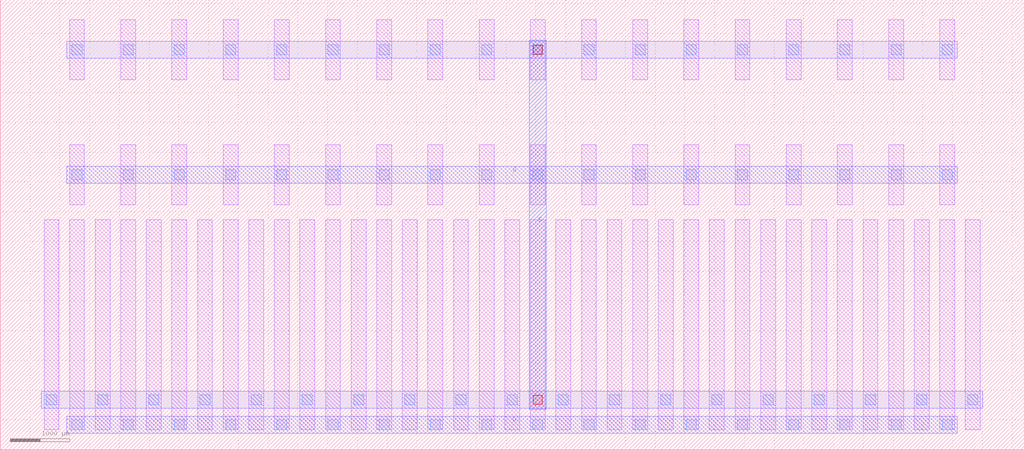
<source format=lef>
MACRO NMOS_S_89651636_X18_Y1
  UNITS 
    DATABASE MICRONS UNITS 1000;
  END UNITS 
  ORIGIN 0 0 ;
  FOREIGN NMOS_S_89651636_X18_Y1 0 0 ;
  SIZE 17200 BY 7560 ;
  PIN D
    DIRECTION INOUT ;
    USE SIGNAL ;
    PORT
      LAYER M2 ;
        RECT 1120 280 16080 560 ;
    END
  END D
  PIN G
    DIRECTION INOUT ;
    USE SIGNAL ;
    PORT
      LAYER M2 ;
        RECT 1120 4480 16080 4760 ;
    END
  END G
  PIN S
    DIRECTION INOUT ;
    USE SIGNAL ;
    PORT
      LAYER M3 ;
        RECT 8890 680 9170 6880 ;
    END
  END S
  OBS
    LAYER M1 ;
      RECT 1165 335 1415 3865 ;
    LAYER M1 ;
      RECT 1165 4115 1415 5125 ;
    LAYER M1 ;
      RECT 1165 6215 1415 7225 ;
    LAYER M1 ;
      RECT 735 335 985 3865 ;
    LAYER M1 ;
      RECT 1595 335 1845 3865 ;
    LAYER M1 ;
      RECT 2025 335 2275 3865 ;
    LAYER M1 ;
      RECT 2025 4115 2275 5125 ;
    LAYER M1 ;
      RECT 2025 6215 2275 7225 ;
    LAYER M1 ;
      RECT 2455 335 2705 3865 ;
    LAYER M1 ;
      RECT 2885 335 3135 3865 ;
    LAYER M1 ;
      RECT 2885 4115 3135 5125 ;
    LAYER M1 ;
      RECT 2885 6215 3135 7225 ;
    LAYER M1 ;
      RECT 3315 335 3565 3865 ;
    LAYER M1 ;
      RECT 3745 335 3995 3865 ;
    LAYER M1 ;
      RECT 3745 4115 3995 5125 ;
    LAYER M1 ;
      RECT 3745 6215 3995 7225 ;
    LAYER M1 ;
      RECT 4175 335 4425 3865 ;
    LAYER M1 ;
      RECT 4605 335 4855 3865 ;
    LAYER M1 ;
      RECT 4605 4115 4855 5125 ;
    LAYER M1 ;
      RECT 4605 6215 4855 7225 ;
    LAYER M1 ;
      RECT 5035 335 5285 3865 ;
    LAYER M1 ;
      RECT 5465 335 5715 3865 ;
    LAYER M1 ;
      RECT 5465 4115 5715 5125 ;
    LAYER M1 ;
      RECT 5465 6215 5715 7225 ;
    LAYER M1 ;
      RECT 5895 335 6145 3865 ;
    LAYER M1 ;
      RECT 6325 335 6575 3865 ;
    LAYER M1 ;
      RECT 6325 4115 6575 5125 ;
    LAYER M1 ;
      RECT 6325 6215 6575 7225 ;
    LAYER M1 ;
      RECT 6755 335 7005 3865 ;
    LAYER M1 ;
      RECT 7185 335 7435 3865 ;
    LAYER M1 ;
      RECT 7185 4115 7435 5125 ;
    LAYER M1 ;
      RECT 7185 6215 7435 7225 ;
    LAYER M1 ;
      RECT 7615 335 7865 3865 ;
    LAYER M1 ;
      RECT 8045 335 8295 3865 ;
    LAYER M1 ;
      RECT 8045 4115 8295 5125 ;
    LAYER M1 ;
      RECT 8045 6215 8295 7225 ;
    LAYER M1 ;
      RECT 8475 335 8725 3865 ;
    LAYER M1 ;
      RECT 8905 335 9155 3865 ;
    LAYER M1 ;
      RECT 8905 4115 9155 5125 ;
    LAYER M1 ;
      RECT 8905 6215 9155 7225 ;
    LAYER M1 ;
      RECT 9335 335 9585 3865 ;
    LAYER M1 ;
      RECT 9765 335 10015 3865 ;
    LAYER M1 ;
      RECT 9765 4115 10015 5125 ;
    LAYER M1 ;
      RECT 9765 6215 10015 7225 ;
    LAYER M1 ;
      RECT 10195 335 10445 3865 ;
    LAYER M1 ;
      RECT 10625 335 10875 3865 ;
    LAYER M1 ;
      RECT 10625 4115 10875 5125 ;
    LAYER M1 ;
      RECT 10625 6215 10875 7225 ;
    LAYER M1 ;
      RECT 11055 335 11305 3865 ;
    LAYER M1 ;
      RECT 11485 335 11735 3865 ;
    LAYER M1 ;
      RECT 11485 4115 11735 5125 ;
    LAYER M1 ;
      RECT 11485 6215 11735 7225 ;
    LAYER M1 ;
      RECT 11915 335 12165 3865 ;
    LAYER M1 ;
      RECT 12345 335 12595 3865 ;
    LAYER M1 ;
      RECT 12345 4115 12595 5125 ;
    LAYER M1 ;
      RECT 12345 6215 12595 7225 ;
    LAYER M1 ;
      RECT 12775 335 13025 3865 ;
    LAYER M1 ;
      RECT 13205 335 13455 3865 ;
    LAYER M1 ;
      RECT 13205 4115 13455 5125 ;
    LAYER M1 ;
      RECT 13205 6215 13455 7225 ;
    LAYER M1 ;
      RECT 13635 335 13885 3865 ;
    LAYER M1 ;
      RECT 14065 335 14315 3865 ;
    LAYER M1 ;
      RECT 14065 4115 14315 5125 ;
    LAYER M1 ;
      RECT 14065 6215 14315 7225 ;
    LAYER M1 ;
      RECT 14495 335 14745 3865 ;
    LAYER M1 ;
      RECT 14925 335 15175 3865 ;
    LAYER M1 ;
      RECT 14925 4115 15175 5125 ;
    LAYER M1 ;
      RECT 14925 6215 15175 7225 ;
    LAYER M1 ;
      RECT 15355 335 15605 3865 ;
    LAYER M1 ;
      RECT 15785 335 16035 3865 ;
    LAYER M1 ;
      RECT 15785 4115 16035 5125 ;
    LAYER M1 ;
      RECT 15785 6215 16035 7225 ;
    LAYER M1 ;
      RECT 16215 335 16465 3865 ;
    LAYER M2 ;
      RECT 690 700 16510 980 ;
    LAYER M2 ;
      RECT 1120 6580 16080 6860 ;
    LAYER V1 ;
      RECT 13245 335 13415 505 ;
    LAYER V1 ;
      RECT 13245 4535 13415 4705 ;
    LAYER V1 ;
      RECT 13245 6635 13415 6805 ;
    LAYER V1 ;
      RECT 14105 335 14275 505 ;
    LAYER V1 ;
      RECT 14105 4535 14275 4705 ;
    LAYER V1 ;
      RECT 14105 6635 14275 6805 ;
    LAYER V1 ;
      RECT 14965 335 15135 505 ;
    LAYER V1 ;
      RECT 14965 4535 15135 4705 ;
    LAYER V1 ;
      RECT 14965 6635 15135 6805 ;
    LAYER V1 ;
      RECT 1205 335 1375 505 ;
    LAYER V1 ;
      RECT 1205 4535 1375 4705 ;
    LAYER V1 ;
      RECT 1205 6635 1375 6805 ;
    LAYER V1 ;
      RECT 15825 335 15995 505 ;
    LAYER V1 ;
      RECT 15825 4535 15995 4705 ;
    LAYER V1 ;
      RECT 15825 6635 15995 6805 ;
    LAYER V1 ;
      RECT 2065 335 2235 505 ;
    LAYER V1 ;
      RECT 2065 4535 2235 4705 ;
    LAYER V1 ;
      RECT 2065 6635 2235 6805 ;
    LAYER V1 ;
      RECT 2925 335 3095 505 ;
    LAYER V1 ;
      RECT 2925 4535 3095 4705 ;
    LAYER V1 ;
      RECT 2925 6635 3095 6805 ;
    LAYER V1 ;
      RECT 3785 335 3955 505 ;
    LAYER V1 ;
      RECT 3785 4535 3955 4705 ;
    LAYER V1 ;
      RECT 3785 6635 3955 6805 ;
    LAYER V1 ;
      RECT 4645 335 4815 505 ;
    LAYER V1 ;
      RECT 4645 4535 4815 4705 ;
    LAYER V1 ;
      RECT 4645 6635 4815 6805 ;
    LAYER V1 ;
      RECT 5505 335 5675 505 ;
    LAYER V1 ;
      RECT 5505 4535 5675 4705 ;
    LAYER V1 ;
      RECT 5505 6635 5675 6805 ;
    LAYER V1 ;
      RECT 6365 335 6535 505 ;
    LAYER V1 ;
      RECT 6365 4535 6535 4705 ;
    LAYER V1 ;
      RECT 6365 6635 6535 6805 ;
    LAYER V1 ;
      RECT 7225 335 7395 505 ;
    LAYER V1 ;
      RECT 7225 4535 7395 4705 ;
    LAYER V1 ;
      RECT 7225 6635 7395 6805 ;
    LAYER V1 ;
      RECT 8085 335 8255 505 ;
    LAYER V1 ;
      RECT 8085 4535 8255 4705 ;
    LAYER V1 ;
      RECT 8085 6635 8255 6805 ;
    LAYER V1 ;
      RECT 8945 335 9115 505 ;
    LAYER V1 ;
      RECT 8945 4535 9115 4705 ;
    LAYER V1 ;
      RECT 8945 6635 9115 6805 ;
    LAYER V1 ;
      RECT 9805 335 9975 505 ;
    LAYER V1 ;
      RECT 9805 4535 9975 4705 ;
    LAYER V1 ;
      RECT 9805 6635 9975 6805 ;
    LAYER V1 ;
      RECT 10665 335 10835 505 ;
    LAYER V1 ;
      RECT 10665 4535 10835 4705 ;
    LAYER V1 ;
      RECT 10665 6635 10835 6805 ;
    LAYER V1 ;
      RECT 11525 335 11695 505 ;
    LAYER V1 ;
      RECT 11525 4535 11695 4705 ;
    LAYER V1 ;
      RECT 11525 6635 11695 6805 ;
    LAYER V1 ;
      RECT 12385 335 12555 505 ;
    LAYER V1 ;
      RECT 12385 4535 12555 4705 ;
    LAYER V1 ;
      RECT 12385 6635 12555 6805 ;
    LAYER V1 ;
      RECT 775 755 945 925 ;
    LAYER V1 ;
      RECT 1635 755 1805 925 ;
    LAYER V1 ;
      RECT 2495 755 2665 925 ;
    LAYER V1 ;
      RECT 3355 755 3525 925 ;
    LAYER V1 ;
      RECT 4215 755 4385 925 ;
    LAYER V1 ;
      RECT 5075 755 5245 925 ;
    LAYER V1 ;
      RECT 5935 755 6105 925 ;
    LAYER V1 ;
      RECT 6795 755 6965 925 ;
    LAYER V1 ;
      RECT 7655 755 7825 925 ;
    LAYER V1 ;
      RECT 8515 755 8685 925 ;
    LAYER V1 ;
      RECT 9375 755 9545 925 ;
    LAYER V1 ;
      RECT 10235 755 10405 925 ;
    LAYER V1 ;
      RECT 11095 755 11265 925 ;
    LAYER V1 ;
      RECT 11955 755 12125 925 ;
    LAYER V1 ;
      RECT 12815 755 12985 925 ;
    LAYER V1 ;
      RECT 13675 755 13845 925 ;
    LAYER V1 ;
      RECT 14535 755 14705 925 ;
    LAYER V1 ;
      RECT 15395 755 15565 925 ;
    LAYER V1 ;
      RECT 16255 755 16425 925 ;
    LAYER V2 ;
      RECT 8955 765 9105 915 ;
    LAYER V2 ;
      RECT 8955 6645 9105 6795 ;
  END
END NMOS_S_89651636_X18_Y1

</source>
